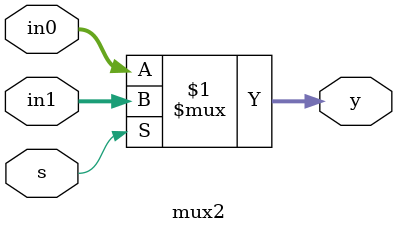
<source format=sv>
`timescale 1ns / 1ps


module mux2( input logic s, input logic [3:0] in1, in0, output logic [3:0] y );
    assign y = s ? in1 : in0;
endmodule

</source>
